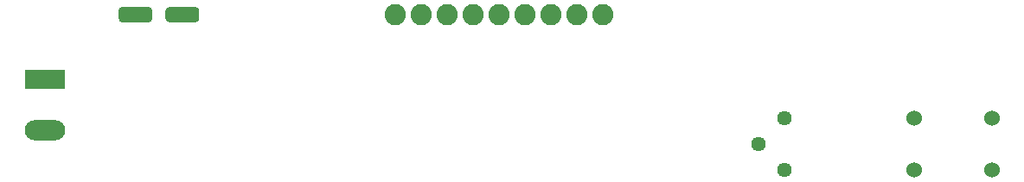
<source format=gbr>
%TF.GenerationSoftware,KiCad,Pcbnew,5.1.10*%
%TF.CreationDate,2021-08-10T02:55:15-04:00*%
%TF.ProjectId,KSG Display Board,4b534720-4469-4737-906c-617920426f61,rev?*%
%TF.SameCoordinates,Original*%
%TF.FileFunction,Soldermask,Bot*%
%TF.FilePolarity,Negative*%
%FSLAX46Y46*%
G04 Gerber Fmt 4.6, Leading zero omitted, Abs format (unit mm)*
G04 Created by KiCad (PCBNEW 5.1.10) date 2021-08-10 02:55:15*
%MOMM*%
%LPD*%
G01*
G04 APERTURE LIST*
%ADD10O,3.960000X1.980000*%
%ADD11R,3.960000X1.980000*%
%ADD12C,1.524000*%
%ADD13C,1.440000*%
%ADD14C,2.082800*%
G04 APERTURE END LIST*
%TO.C,S1*%
G36*
G01*
X107061000Y-113919000D02*
X107061000Y-114681000D01*
G75*
G02*
X106680000Y-115062000I-381000J0D01*
G01*
X104140000Y-115062000D01*
G75*
G02*
X103759000Y-114681000I0J381000D01*
G01*
X103759000Y-113919000D01*
G75*
G02*
X104140000Y-113538000I381000J0D01*
G01*
X106680000Y-113538000D01*
G75*
G02*
X107061000Y-113919000I0J-381000D01*
G01*
G37*
G36*
G01*
X111661000Y-113919000D02*
X111661000Y-114681000D01*
G75*
G02*
X111280000Y-115062000I-381000J0D01*
G01*
X108740000Y-115062000D01*
G75*
G02*
X108359000Y-114681000I0J381000D01*
G01*
X108359000Y-113919000D01*
G75*
G02*
X108740000Y-113538000I381000J0D01*
G01*
X111280000Y-113538000D01*
G75*
G02*
X111661000Y-113919000I0J-381000D01*
G01*
G37*
%TD*%
D10*
%TO.C,J2*%
X96520000Y-125650000D03*
D11*
X96520000Y-120650000D03*
%TD*%
D12*
%TO.C,SW1*%
X189230000Y-129540000D03*
X181610000Y-129540000D03*
X189230000Y-124460000D03*
X181610000Y-124460000D03*
%TD*%
D13*
%TO.C,VR1*%
X168910000Y-124460000D03*
X166370000Y-127000000D03*
X168910000Y-129540000D03*
%TD*%
D14*
%TO.C,J1*%
X151130000Y-114300000D03*
X148590000Y-114300000D03*
X146050000Y-114300000D03*
X143510000Y-114300000D03*
X140970000Y-114300000D03*
X138430000Y-114300000D03*
X135890000Y-114300000D03*
X133350000Y-114300000D03*
X130810000Y-114300000D03*
%TD*%
M02*

</source>
